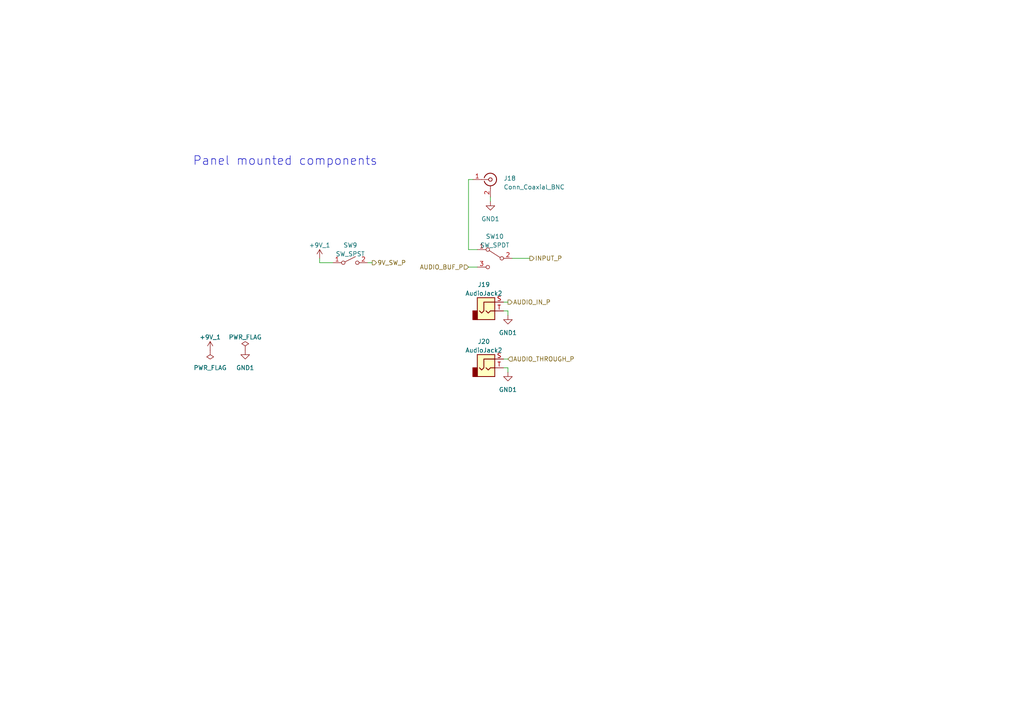
<source format=kicad_sch>
(kicad_sch (version 20230121) (generator eeschema)
  (paper "A4")
  (lib_symbols
    (symbol "AO_symbols:+9V_1" (power) (pin_names (offset 0))
      (property "Value" "+9V_1" (at 0 3.556 0))
      (symbol "+9V_1_0_1"
        (polyline (pts (xy -0.762 1.27) (xy 0 2.54)))
        (polyline (pts (xy 0 0) (xy 0 2.54)))
        (polyline (pts (xy 0 2.54) (xy 0.762 1.27)))
      )
      (symbol "+9V_1_1_1"
        (pin power_in line (at 0 0 90) (length 0) hide (name "+9V_1") (number "1"))
      )
    )
    (symbol "AO_symbols:AudioJack2"
      (property "Reference" "J" (at 0 8.89 0))
      (property "Value" "AudioJack2" (at 0 6.35 0))
      (symbol "AudioJack2_0_1"
        (rectangle (start -3.81 0) (end -2.54 -2.54) (stroke (width 0.254)) (fill (type outline)))
        (rectangle (start -2.54 3.81) (end 2.54 -2.54) (stroke (width 0.254)) (fill (type background)))
        (polyline (pts (xy 0 0) (xy 0.635 -0.635) (xy 1.27 0) (xy 2.54 0)) (stroke (width 0.254)))
        (polyline (pts (xy 2.54 2.54) (xy -0.635 2.54) (xy -0.635 0) (xy -1.27 -0.635) (xy -1.905 0)) (stroke (width 0.254)))
      )
      (symbol "AudioJack2_1_1"
        (pin passive line (at 5.08 2.54 180) (length 2.54) (name "~") (number "S"))
        (pin passive line (at 5.08 0 180) (length 2.54) (name "~") (number "T"))
      )
    )
    (symbol "AO_symbols:SW_SPDT" (pin_names (offset 0) hide)
      (property "Reference" "SW" (at 0 4.318 0))
      (property "Value" "SW_SPDT" (at 0 -5.08 0))
      (symbol "SW_SPDT_0_0"
        (circle (center -2.032 0) (radius 0.508))
        (circle (center 2.032 -2.54) (radius 0.508))
      )
      (symbol "SW_SPDT_0_1"
        (polyline (pts (xy -1.524 0.254) (xy 1.651 2.286)))
        (circle (center 2.032 2.54) (radius 0.508))
      )
      (symbol "SW_SPDT_1_1"
        (pin passive line (at 5.08 2.54 180) (length 2.54) (name "A") (number "1"))
        (pin passive line (at -5.08 0 0) (length 2.54) (name "B") (number "2"))
        (pin passive line (at 5.08 -2.54 180) (length 2.54) (name "C") (number "3"))
      )
    )
    (symbol "AO_symbols:SW_SPST" (pin_names (offset 0) hide)
      (property "Reference" "SW" (at 0 3.175 0))
      (property "Value" "SW_SPST" (at 0 -2.54 0))
      (symbol "SW_SPST_0_0"
        (circle (center -2.032 0) (radius 0.508))
        (polyline (pts (xy -1.524 0.254) (xy 1.524 1.778)))
        (circle (center 2.032 0) (radius 0.508))
      )
      (symbol "SW_SPST_1_1"
        (pin passive line (at -5.08 0 0) (length 2.54) (name "A") (number "1"))
        (pin passive line (at 5.08 0 180) (length 2.54) (name "B") (number "2"))
      )
    )
    (symbol "Connector:Conn_Coaxial" (pin_names (offset 1.016) hide)
      (property "Reference" "J" (at 0.254 3.048 0))
      (property "Value" "Conn_Coaxial" (at 2.921 0 90))
      (symbol "Conn_Coaxial_0_1"
        (arc (start -1.778 -0.508) (mid 0.2311 -1.8066) (end 1.778 0) (stroke (width 0.254)))
        (polyline (pts (xy -2.54 0) (xy -0.508 0)))
        (polyline (pts (xy 0 -2.54) (xy 0 -1.778)))
        (circle (center 0 0) (radius 0.508) (stroke (width 0.2032)))
        (arc (start 1.778 0) (mid 0.2099 1.8101) (end -1.778 0.508) (stroke (width 0.254)))
      )
      (symbol "Conn_Coaxial_1_1"
        (pin passive line (at -5.08 0 0) (length 2.54) (name "In") (number "1"))
        (pin passive line (at 0 -5.08 90) (length 2.54) (name "Ext") (number "2"))
      )
    )
    (symbol "power:GND1" (power) (pin_names (offset 0))
      (property "Value" "GND1" (at 0 -3.81 0))
      (symbol "GND1_0_1"
        (polyline (pts (xy 0 0) (xy 0 -1.27) (xy 1.27 -1.27) (xy 0 -2.54) (xy -1.27 -1.27) (xy 0 -1.27)))
      )
      (symbol "GND1_1_1"
        (pin power_in line (at 0 0 270) (length 0) hide (name "GND1") (number "1"))
      )
    )
    (symbol "power:PWR_FLAG" (power) (pin_numbers hide) (pin_names (offset 0) hide)
      (property "Value" "PWR_FLAG" (at 0 3.81 0))
      (symbol "PWR_FLAG_0_0"
        (pin power_out line (at 0 0 90) (length 0) (name "pwr") (number "1"))
      )
      (symbol "PWR_FLAG_0_1"
        (polyline (pts (xy 0 0) (xy 0 1.27) (xy -1.016 1.905) (xy 0 2.54) (xy 1.016 1.905) (xy 0 1.27)))
      )
    )
  )
  (wire (pts (xy 92.71 76.2) (xy 96.52 76.2)))
  (wire (pts (xy 106.68 76.2) (xy 107.95 76.2)))
  (wire (pts (xy 146.05 106.68) (xy 147.32 106.68)))
  (wire (pts (xy 92.71 74.93) (xy 92.71 76.2)))
  (wire (pts (xy 135.89 77.47) (xy 138.43 77.47)))
  (wire (pts (xy 146.05 104.14) (xy 147.32 104.14)))
  (wire (pts (xy 147.32 90.17) (xy 147.32 91.44)))
  (wire (pts (xy 137.16 52.07) (xy 135.89 52.07)))
  (wire (pts (xy 146.05 90.17) (xy 147.32 90.17)))
  (wire (pts (xy 146.05 87.63) (xy 147.32 87.63)))
  (wire (pts (xy 148.59 74.93) (xy 153.67 74.93)))
  (wire (pts (xy 147.32 106.68) (xy 147.32 107.95)))
  (wire (pts (xy 135.89 52.07) (xy 135.89 72.39)))
  (wire (pts (xy 142.24 57.15) (xy 142.24 58.42)))
  (wire (pts (xy 135.89 72.39) (xy 138.43 72.39)))
  (text "Panel mounted components" (at 55.88 48.26 0) (effects (font (size 2.54 2.54)) (justify left bottom)))
  (hierarchical_label "INPUT_P" (shape output) (at 153.67 74.93 0))
  (hierarchical_label "9V_SW_P" (shape output) (at 107.95 76.2 0))
  (hierarchical_label "AUDIO_IN_P" (shape output) (at 147.32 87.63 0))
  (hierarchical_label "AUDIO_BUF_P" (shape input) (at 135.89 77.47 180))
  (hierarchical_label "AUDIO_THROUGH_P" (shape input) (at 147.32 104.14 0))
  (symbol (lib_id "Connector:Conn_Coaxial") (at 142.24 52.07 0) (unit 1) (on_board no)
    (property "Reference" "J18" (at 146.05 51.7282 0) (effects (justify left)))
    (property "Value" "Conn_Coaxial_BNC" (at 146.05 54.2682 0) (effects (justify left)))
    (property "Datasheet" " ~" (effects hide))
  )
  (symbol (lib_id "power:PWR_FLAG") (at 60.96 101.6 0) (mirror x) (unit 1)
    (property "Reference" "#FLG03" (effects hide))
    (property "Value" "PWR_FLAG" (at 60.96 106.68 0))
  )
  (symbol (lib_id "power:GND1") (at 142.24 58.42 0) (mirror y) (unit 1)
    (property "Reference" "#PWR031" (effects hide))
    (property "Value" "GND1" (at 142.24 63.5 0))
  )
  (symbol (lib_id "power:PWR_FLAG") (at 71.12 101.6 0) (unit 1)
    (property "Reference" "#FLG04" (effects hide))
    (property "Value" "PWR_FLAG" (at 71.12 97.79 0))
  )
  (symbol (lib_id "AO_symbols:SW_SPST") (at 101.6 76.2 0) (unit 1) (on_board no)
    (property "Reference" "SW9" (at 101.6 71.12 0))
    (property "Value" "SW_SPST" (at 101.6 73.66 0))
    (property "Footprint" "AO_tht:SPDT-toggle-switch-1M-series" (effects hide))
    (property "Vendor" "Tayda" (effects hide))
    (property "SKU" "A-3186 (SPDT, use as SPST)" (effects hide))
  )
  (symbol (lib_id "AO_symbols:AudioJack2") (at 140.97 106.68 0) (unit 1) (on_board no)
    (property "Reference" "J20" (at 140.335 99.06 0))
    (property "Value" "AudioJack2" (at 140.335 101.6 0))
    (property "Footprint" "AO_tht:Jack_6.35mm_PJ_629HAN_slots" (effects hide))
    (property "Vendor" "Tayda" (effects hide))
    (property "SKU" "A-1121" (effects hide))
  )
  (symbol (lib_id "power:GND1") (at 71.12 101.6 0) (unit 1)
    (property "Reference" "#PWR029" (effects hide))
    (property "Value" "GND1" (at 71.12 106.68 0))
  )
  (symbol (lib_id "AO_symbols:SW_SPDT") (at 143.51 74.93 0) (mirror y) (unit 1) (on_board no)
    (property "Reference" "SW10" (at 143.51 68.58 0))
    (property "Value" "SW_SPDT" (at 143.51 71.12 0))
    (property "Footprint" "AO_tht:SPDT-toggle-switch-1M-series" (effects hide))
    (property "Vendor" "Tayda" (effects hide))
    (property "SKU" "A-3186" (effects hide))
  )
  (symbol (lib_id "power:GND1") (at 147.32 91.44 0) (unit 1)
    (property "Reference" "#PWR032" (effects hide))
    (property "Value" "GND1" (at 147.32 96.52 0))
  )
  (symbol (lib_id "AO_symbols:+9V_1") (at 60.96 101.6 0) (unit 1)
    (property "Reference" "#PWR028" (effects hide))
    (property "Value" "+9V_1" (at 60.96 97.79 0))
  )
  (symbol (lib_id "AO_symbols:AudioJack2") (at 140.97 90.17 0) (unit 1) (on_board no)
    (property "Reference" "J19" (at 140.335 82.55 0))
    (property "Value" "AudioJack2" (at 140.335 85.09 0))
    (property "Footprint" "AO_tht:Jack_6.35mm_PJ_629HAN_slots" (effects hide))
    (property "Vendor" "Tayda" (effects hide))
    (property "SKU" "A-1121" (effects hide))
  )
  (symbol (lib_id "power:GND1") (at 147.32 107.95 0) (unit 1)
    (property "Reference" "#PWR033" (effects hide))
    (property "Value" "GND1" (at 147.32 113.03 0))
  )
  (symbol (lib_id "AO_symbols:+9V_1") (at 92.71 74.93 0) (unit 1)
    (property "Reference" "#PWR030" (effects hide))
    (property "Value" "+9V_1" (at 92.71 71.12 0))
  )
)
</source>
